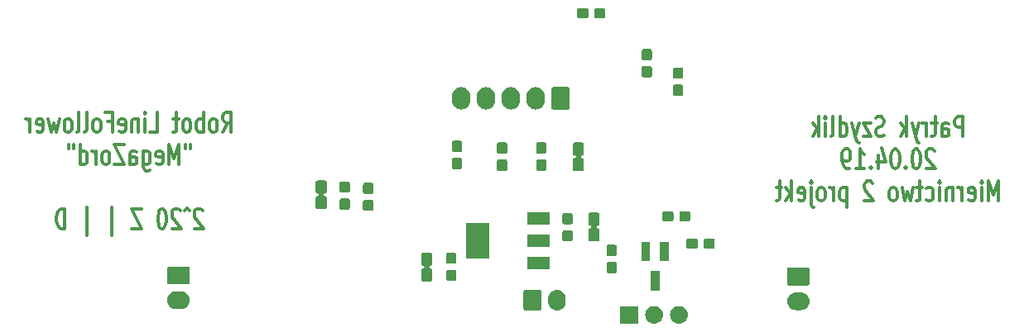
<source format=gbr>
G04 #@! TF.GenerationSoftware,KiCad,Pcbnew,5.1.1-8be2ce7~80~ubuntu18.04.1*
G04 #@! TF.CreationDate,2019-04-20T15:40:35+02:00*
G04 #@! TF.ProjectId,megazord,6d656761-7a6f-4726-942e-6b696361645f,rev?*
G04 #@! TF.SameCoordinates,Original*
G04 #@! TF.FileFunction,Soldermask,Bot*
G04 #@! TF.FilePolarity,Negative*
%FSLAX46Y46*%
G04 Gerber Fmt 4.6, Leading zero omitted, Abs format (unit mm)*
G04 Created by KiCad (PCBNEW 5.1.1-8be2ce7~80~ubuntu18.04.1) date 2019-04-20 15:40:35*
%MOMM*%
%LPD*%
G04 APERTURE LIST*
%ADD10C,0.300000*%
%ADD11C,0.100000*%
G04 APERTURE END LIST*
D10*
X83235714Y-104554761D02*
X83735714Y-103602380D01*
X84092857Y-104554761D02*
X84092857Y-102554761D01*
X83521428Y-102554761D01*
X83378571Y-102650000D01*
X83307142Y-102745238D01*
X83235714Y-102935714D01*
X83235714Y-103221428D01*
X83307142Y-103411904D01*
X83378571Y-103507142D01*
X83521428Y-103602380D01*
X84092857Y-103602380D01*
X82378571Y-104554761D02*
X82521428Y-104459523D01*
X82592857Y-104364285D01*
X82664285Y-104173809D01*
X82664285Y-103602380D01*
X82592857Y-103411904D01*
X82521428Y-103316666D01*
X82378571Y-103221428D01*
X82164285Y-103221428D01*
X82021428Y-103316666D01*
X81950000Y-103411904D01*
X81878571Y-103602380D01*
X81878571Y-104173809D01*
X81950000Y-104364285D01*
X82021428Y-104459523D01*
X82164285Y-104554761D01*
X82378571Y-104554761D01*
X81235714Y-104554761D02*
X81235714Y-102554761D01*
X81235714Y-103316666D02*
X81092857Y-103221428D01*
X80807142Y-103221428D01*
X80664285Y-103316666D01*
X80592857Y-103411904D01*
X80521428Y-103602380D01*
X80521428Y-104173809D01*
X80592857Y-104364285D01*
X80664285Y-104459523D01*
X80807142Y-104554761D01*
X81092857Y-104554761D01*
X81235714Y-104459523D01*
X79664285Y-104554761D02*
X79807142Y-104459523D01*
X79878571Y-104364285D01*
X79950000Y-104173809D01*
X79950000Y-103602380D01*
X79878571Y-103411904D01*
X79807142Y-103316666D01*
X79664285Y-103221428D01*
X79450000Y-103221428D01*
X79307142Y-103316666D01*
X79235714Y-103411904D01*
X79164285Y-103602380D01*
X79164285Y-104173809D01*
X79235714Y-104364285D01*
X79307142Y-104459523D01*
X79450000Y-104554761D01*
X79664285Y-104554761D01*
X78735714Y-103221428D02*
X78164285Y-103221428D01*
X78521428Y-102554761D02*
X78521428Y-104269047D01*
X78450000Y-104459523D01*
X78307142Y-104554761D01*
X78164285Y-104554761D01*
X75807142Y-104554761D02*
X76521428Y-104554761D01*
X76521428Y-102554761D01*
X75307142Y-104554761D02*
X75307142Y-103221428D01*
X75307142Y-102554761D02*
X75378571Y-102650000D01*
X75307142Y-102745238D01*
X75235714Y-102650000D01*
X75307142Y-102554761D01*
X75307142Y-102745238D01*
X74592857Y-103221428D02*
X74592857Y-104554761D01*
X74592857Y-103411904D02*
X74521428Y-103316666D01*
X74378571Y-103221428D01*
X74164285Y-103221428D01*
X74021428Y-103316666D01*
X73950000Y-103507142D01*
X73950000Y-104554761D01*
X72664285Y-104459523D02*
X72807142Y-104554761D01*
X73092857Y-104554761D01*
X73235714Y-104459523D01*
X73307142Y-104269047D01*
X73307142Y-103507142D01*
X73235714Y-103316666D01*
X73092857Y-103221428D01*
X72807142Y-103221428D01*
X72664285Y-103316666D01*
X72592857Y-103507142D01*
X72592857Y-103697619D01*
X73307142Y-103888095D01*
X71450000Y-103507142D02*
X71950000Y-103507142D01*
X71950000Y-104554761D02*
X71950000Y-102554761D01*
X71235714Y-102554761D01*
X70450000Y-104554761D02*
X70592857Y-104459523D01*
X70664285Y-104364285D01*
X70735714Y-104173809D01*
X70735714Y-103602380D01*
X70664285Y-103411904D01*
X70592857Y-103316666D01*
X70450000Y-103221428D01*
X70235714Y-103221428D01*
X70092857Y-103316666D01*
X70021428Y-103411904D01*
X69950000Y-103602380D01*
X69950000Y-104173809D01*
X70021428Y-104364285D01*
X70092857Y-104459523D01*
X70235714Y-104554761D01*
X70450000Y-104554761D01*
X69092857Y-104554761D02*
X69235714Y-104459523D01*
X69307142Y-104269047D01*
X69307142Y-102554761D01*
X68307142Y-104554761D02*
X68450000Y-104459523D01*
X68521428Y-104269047D01*
X68521428Y-102554761D01*
X67521428Y-104554761D02*
X67664285Y-104459523D01*
X67735714Y-104364285D01*
X67807142Y-104173809D01*
X67807142Y-103602380D01*
X67735714Y-103411904D01*
X67664285Y-103316666D01*
X67521428Y-103221428D01*
X67307142Y-103221428D01*
X67164285Y-103316666D01*
X67092857Y-103411904D01*
X67021428Y-103602380D01*
X67021428Y-104173809D01*
X67092857Y-104364285D01*
X67164285Y-104459523D01*
X67307142Y-104554761D01*
X67521428Y-104554761D01*
X66521428Y-103221428D02*
X66235714Y-104554761D01*
X65950000Y-103602380D01*
X65664285Y-104554761D01*
X65378571Y-103221428D01*
X64235714Y-104459523D02*
X64378571Y-104554761D01*
X64664285Y-104554761D01*
X64807142Y-104459523D01*
X64878571Y-104269047D01*
X64878571Y-103507142D01*
X64807142Y-103316666D01*
X64664285Y-103221428D01*
X64378571Y-103221428D01*
X64235714Y-103316666D01*
X64164285Y-103507142D01*
X64164285Y-103697619D01*
X64878571Y-103888095D01*
X63521428Y-104554761D02*
X63521428Y-103221428D01*
X63521428Y-103602380D02*
X63450000Y-103411904D01*
X63378571Y-103316666D01*
X63235714Y-103221428D01*
X63092857Y-103221428D01*
X79950000Y-105854761D02*
X79950000Y-106235714D01*
X79378571Y-105854761D02*
X79378571Y-106235714D01*
X78735714Y-107854761D02*
X78735714Y-105854761D01*
X78235714Y-107283333D01*
X77735714Y-105854761D01*
X77735714Y-107854761D01*
X76450000Y-107759523D02*
X76592857Y-107854761D01*
X76878571Y-107854761D01*
X77021428Y-107759523D01*
X77092857Y-107569047D01*
X77092857Y-106807142D01*
X77021428Y-106616666D01*
X76878571Y-106521428D01*
X76592857Y-106521428D01*
X76450000Y-106616666D01*
X76378571Y-106807142D01*
X76378571Y-106997619D01*
X77092857Y-107188095D01*
X75092857Y-106521428D02*
X75092857Y-108140476D01*
X75164285Y-108330952D01*
X75235714Y-108426190D01*
X75378571Y-108521428D01*
X75592857Y-108521428D01*
X75735714Y-108426190D01*
X75092857Y-107759523D02*
X75235714Y-107854761D01*
X75521428Y-107854761D01*
X75664285Y-107759523D01*
X75735714Y-107664285D01*
X75807142Y-107473809D01*
X75807142Y-106902380D01*
X75735714Y-106711904D01*
X75664285Y-106616666D01*
X75521428Y-106521428D01*
X75235714Y-106521428D01*
X75092857Y-106616666D01*
X73735714Y-107854761D02*
X73735714Y-106807142D01*
X73807142Y-106616666D01*
X73950000Y-106521428D01*
X74235714Y-106521428D01*
X74378571Y-106616666D01*
X73735714Y-107759523D02*
X73878571Y-107854761D01*
X74235714Y-107854761D01*
X74378571Y-107759523D01*
X74450000Y-107569047D01*
X74450000Y-107378571D01*
X74378571Y-107188095D01*
X74235714Y-107092857D01*
X73878571Y-107092857D01*
X73735714Y-106997619D01*
X73164285Y-105854761D02*
X72164285Y-105854761D01*
X73164285Y-107854761D01*
X72164285Y-107854761D01*
X71378571Y-107854761D02*
X71521428Y-107759523D01*
X71592857Y-107664285D01*
X71664285Y-107473809D01*
X71664285Y-106902380D01*
X71592857Y-106711904D01*
X71521428Y-106616666D01*
X71378571Y-106521428D01*
X71164285Y-106521428D01*
X71021428Y-106616666D01*
X70950000Y-106711904D01*
X70878571Y-106902380D01*
X70878571Y-107473809D01*
X70950000Y-107664285D01*
X71021428Y-107759523D01*
X71164285Y-107854761D01*
X71378571Y-107854761D01*
X70235714Y-107854761D02*
X70235714Y-106521428D01*
X70235714Y-106902380D02*
X70164285Y-106711904D01*
X70092857Y-106616666D01*
X69950000Y-106521428D01*
X69807142Y-106521428D01*
X68664285Y-107854761D02*
X68664285Y-105854761D01*
X68664285Y-107759523D02*
X68807142Y-107854761D01*
X69092857Y-107854761D01*
X69235714Y-107759523D01*
X69307142Y-107664285D01*
X69378571Y-107473809D01*
X69378571Y-106902380D01*
X69307142Y-106711904D01*
X69235714Y-106616666D01*
X69092857Y-106521428D01*
X68807142Y-106521428D01*
X68664285Y-106616666D01*
X68021428Y-105854761D02*
X68021428Y-106235714D01*
X67450000Y-105854761D02*
X67450000Y-106235714D01*
X81164285Y-112645238D02*
X81092857Y-112550000D01*
X80950000Y-112454761D01*
X80592857Y-112454761D01*
X80450000Y-112550000D01*
X80378571Y-112645238D01*
X80307142Y-112835714D01*
X80307142Y-113026190D01*
X80378571Y-113311904D01*
X81235714Y-114454761D01*
X80307142Y-114454761D01*
X79878571Y-112645238D02*
X79592857Y-112359523D01*
X79307142Y-112645238D01*
X78878571Y-112645238D02*
X78807142Y-112550000D01*
X78664285Y-112454761D01*
X78307142Y-112454761D01*
X78164285Y-112550000D01*
X78092857Y-112645238D01*
X78021428Y-112835714D01*
X78021428Y-113026190D01*
X78092857Y-113311904D01*
X78950000Y-114454761D01*
X78021428Y-114454761D01*
X77092857Y-112454761D02*
X76950000Y-112454761D01*
X76807142Y-112550000D01*
X76735714Y-112645238D01*
X76664285Y-112835714D01*
X76592857Y-113216666D01*
X76592857Y-113692857D01*
X76664285Y-114073809D01*
X76735714Y-114264285D01*
X76807142Y-114359523D01*
X76950000Y-114454761D01*
X77092857Y-114454761D01*
X77235714Y-114359523D01*
X77307142Y-114264285D01*
X77378571Y-114073809D01*
X77450000Y-113692857D01*
X77450000Y-113216666D01*
X77378571Y-112835714D01*
X77307142Y-112645238D01*
X77235714Y-112550000D01*
X77092857Y-112454761D01*
X74950000Y-112454761D02*
X73950000Y-112454761D01*
X74950000Y-114454761D01*
X73950000Y-114454761D01*
X71878571Y-115121428D02*
X71878571Y-112264285D01*
X69307142Y-115121428D02*
X69307142Y-112264285D01*
X67092857Y-114454761D02*
X67092857Y-112454761D01*
X66735714Y-112454761D01*
X66521428Y-112550000D01*
X66378571Y-112740476D01*
X66307142Y-112930952D01*
X66235714Y-113311904D01*
X66235714Y-113597619D01*
X66307142Y-113978571D01*
X66378571Y-114169047D01*
X66521428Y-114359523D01*
X66735714Y-114454761D01*
X67092857Y-114454761D01*
X158942857Y-105004761D02*
X158942857Y-103004761D01*
X158371428Y-103004761D01*
X158228571Y-103100000D01*
X158157142Y-103195238D01*
X158085714Y-103385714D01*
X158085714Y-103671428D01*
X158157142Y-103861904D01*
X158228571Y-103957142D01*
X158371428Y-104052380D01*
X158942857Y-104052380D01*
X156800000Y-105004761D02*
X156800000Y-103957142D01*
X156871428Y-103766666D01*
X157014285Y-103671428D01*
X157300000Y-103671428D01*
X157442857Y-103766666D01*
X156800000Y-104909523D02*
X156942857Y-105004761D01*
X157300000Y-105004761D01*
X157442857Y-104909523D01*
X157514285Y-104719047D01*
X157514285Y-104528571D01*
X157442857Y-104338095D01*
X157300000Y-104242857D01*
X156942857Y-104242857D01*
X156800000Y-104147619D01*
X156300000Y-103671428D02*
X155728571Y-103671428D01*
X156085714Y-103004761D02*
X156085714Y-104719047D01*
X156014285Y-104909523D01*
X155871428Y-105004761D01*
X155728571Y-105004761D01*
X155228571Y-105004761D02*
X155228571Y-103671428D01*
X155228571Y-104052380D02*
X155157142Y-103861904D01*
X155085714Y-103766666D01*
X154942857Y-103671428D01*
X154800000Y-103671428D01*
X154442857Y-103671428D02*
X154085714Y-105004761D01*
X153728571Y-103671428D02*
X154085714Y-105004761D01*
X154228571Y-105480952D01*
X154300000Y-105576190D01*
X154442857Y-105671428D01*
X153157142Y-105004761D02*
X153157142Y-103004761D01*
X153014285Y-104242857D02*
X152585714Y-105004761D01*
X152585714Y-103671428D02*
X153157142Y-104433333D01*
X150871428Y-104909523D02*
X150657142Y-105004761D01*
X150300000Y-105004761D01*
X150157142Y-104909523D01*
X150085714Y-104814285D01*
X150014285Y-104623809D01*
X150014285Y-104433333D01*
X150085714Y-104242857D01*
X150157142Y-104147619D01*
X150300000Y-104052380D01*
X150585714Y-103957142D01*
X150728571Y-103861904D01*
X150800000Y-103766666D01*
X150871428Y-103576190D01*
X150871428Y-103385714D01*
X150800000Y-103195238D01*
X150728571Y-103100000D01*
X150585714Y-103004761D01*
X150228571Y-103004761D01*
X150014285Y-103100000D01*
X149514285Y-103671428D02*
X148728571Y-103671428D01*
X149514285Y-105004761D01*
X148728571Y-105004761D01*
X148300000Y-103671428D02*
X147942857Y-105004761D01*
X147585714Y-103671428D02*
X147942857Y-105004761D01*
X148085714Y-105480952D01*
X148157142Y-105576190D01*
X148300000Y-105671428D01*
X146371428Y-105004761D02*
X146371428Y-103004761D01*
X146371428Y-104909523D02*
X146514285Y-105004761D01*
X146800000Y-105004761D01*
X146942857Y-104909523D01*
X147014285Y-104814285D01*
X147085714Y-104623809D01*
X147085714Y-104052380D01*
X147014285Y-103861904D01*
X146942857Y-103766666D01*
X146800000Y-103671428D01*
X146514285Y-103671428D01*
X146371428Y-103766666D01*
X145442857Y-105004761D02*
X145585714Y-104909523D01*
X145657142Y-104719047D01*
X145657142Y-103004761D01*
X144871428Y-105004761D02*
X144871428Y-103671428D01*
X144871428Y-103004761D02*
X144942857Y-103100000D01*
X144871428Y-103195238D01*
X144800000Y-103100000D01*
X144871428Y-103004761D01*
X144871428Y-103195238D01*
X144157142Y-105004761D02*
X144157142Y-103004761D01*
X144014285Y-104242857D02*
X143585714Y-105004761D01*
X143585714Y-103671428D02*
X144157142Y-104433333D01*
X156014285Y-106495238D02*
X155942857Y-106400000D01*
X155800000Y-106304761D01*
X155442857Y-106304761D01*
X155300000Y-106400000D01*
X155228571Y-106495238D01*
X155157142Y-106685714D01*
X155157142Y-106876190D01*
X155228571Y-107161904D01*
X156085714Y-108304761D01*
X155157142Y-108304761D01*
X154228571Y-106304761D02*
X154085714Y-106304761D01*
X153942857Y-106400000D01*
X153871428Y-106495238D01*
X153800000Y-106685714D01*
X153728571Y-107066666D01*
X153728571Y-107542857D01*
X153800000Y-107923809D01*
X153871428Y-108114285D01*
X153942857Y-108209523D01*
X154085714Y-108304761D01*
X154228571Y-108304761D01*
X154371428Y-108209523D01*
X154442857Y-108114285D01*
X154514285Y-107923809D01*
X154585714Y-107542857D01*
X154585714Y-107066666D01*
X154514285Y-106685714D01*
X154442857Y-106495238D01*
X154371428Y-106400000D01*
X154228571Y-106304761D01*
X153085714Y-108114285D02*
X153014285Y-108209523D01*
X153085714Y-108304761D01*
X153157142Y-108209523D01*
X153085714Y-108114285D01*
X153085714Y-108304761D01*
X152085714Y-106304761D02*
X151942857Y-106304761D01*
X151800000Y-106400000D01*
X151728571Y-106495238D01*
X151657142Y-106685714D01*
X151585714Y-107066666D01*
X151585714Y-107542857D01*
X151657142Y-107923809D01*
X151728571Y-108114285D01*
X151800000Y-108209523D01*
X151942857Y-108304761D01*
X152085714Y-108304761D01*
X152228571Y-108209523D01*
X152300000Y-108114285D01*
X152371428Y-107923809D01*
X152442857Y-107542857D01*
X152442857Y-107066666D01*
X152371428Y-106685714D01*
X152300000Y-106495238D01*
X152228571Y-106400000D01*
X152085714Y-106304761D01*
X150300000Y-106971428D02*
X150300000Y-108304761D01*
X150657142Y-106209523D02*
X151014285Y-107638095D01*
X150085714Y-107638095D01*
X149514285Y-108114285D02*
X149442857Y-108209523D01*
X149514285Y-108304761D01*
X149585714Y-108209523D01*
X149514285Y-108114285D01*
X149514285Y-108304761D01*
X148014285Y-108304761D02*
X148871428Y-108304761D01*
X148442857Y-108304761D02*
X148442857Y-106304761D01*
X148585714Y-106590476D01*
X148728571Y-106780952D01*
X148871428Y-106876190D01*
X147300000Y-108304761D02*
X147014285Y-108304761D01*
X146871428Y-108209523D01*
X146800000Y-108114285D01*
X146657142Y-107828571D01*
X146585714Y-107447619D01*
X146585714Y-106685714D01*
X146657142Y-106495238D01*
X146728571Y-106400000D01*
X146871428Y-106304761D01*
X147157142Y-106304761D01*
X147300000Y-106400000D01*
X147371428Y-106495238D01*
X147442857Y-106685714D01*
X147442857Y-107161904D01*
X147371428Y-107352380D01*
X147300000Y-107447619D01*
X147157142Y-107542857D01*
X146871428Y-107542857D01*
X146728571Y-107447619D01*
X146657142Y-107352380D01*
X146585714Y-107161904D01*
X162550000Y-111604761D02*
X162550000Y-109604761D01*
X162050000Y-111033333D01*
X161550000Y-109604761D01*
X161550000Y-111604761D01*
X160835714Y-111604761D02*
X160835714Y-110271428D01*
X160835714Y-109604761D02*
X160907142Y-109700000D01*
X160835714Y-109795238D01*
X160764285Y-109700000D01*
X160835714Y-109604761D01*
X160835714Y-109795238D01*
X159550000Y-111509523D02*
X159692857Y-111604761D01*
X159978571Y-111604761D01*
X160121428Y-111509523D01*
X160192857Y-111319047D01*
X160192857Y-110557142D01*
X160121428Y-110366666D01*
X159978571Y-110271428D01*
X159692857Y-110271428D01*
X159550000Y-110366666D01*
X159478571Y-110557142D01*
X159478571Y-110747619D01*
X160192857Y-110938095D01*
X158835714Y-111604761D02*
X158835714Y-110271428D01*
X158835714Y-110652380D02*
X158764285Y-110461904D01*
X158692857Y-110366666D01*
X158550000Y-110271428D01*
X158407142Y-110271428D01*
X157907142Y-110271428D02*
X157907142Y-111604761D01*
X157907142Y-110461904D02*
X157835714Y-110366666D01*
X157692857Y-110271428D01*
X157478571Y-110271428D01*
X157335714Y-110366666D01*
X157264285Y-110557142D01*
X157264285Y-111604761D01*
X156550000Y-111604761D02*
X156550000Y-110271428D01*
X156550000Y-109604761D02*
X156621428Y-109700000D01*
X156550000Y-109795238D01*
X156478571Y-109700000D01*
X156550000Y-109604761D01*
X156550000Y-109795238D01*
X155192857Y-111509523D02*
X155335714Y-111604761D01*
X155621428Y-111604761D01*
X155764285Y-111509523D01*
X155835714Y-111414285D01*
X155907142Y-111223809D01*
X155907142Y-110652380D01*
X155835714Y-110461904D01*
X155764285Y-110366666D01*
X155621428Y-110271428D01*
X155335714Y-110271428D01*
X155192857Y-110366666D01*
X154764285Y-110271428D02*
X154192857Y-110271428D01*
X154550000Y-109604761D02*
X154550000Y-111319047D01*
X154478571Y-111509523D01*
X154335714Y-111604761D01*
X154192857Y-111604761D01*
X153835714Y-110271428D02*
X153550000Y-111604761D01*
X153264285Y-110652380D01*
X152978571Y-111604761D01*
X152692857Y-110271428D01*
X151907142Y-111604761D02*
X152050000Y-111509523D01*
X152121428Y-111414285D01*
X152192857Y-111223809D01*
X152192857Y-110652380D01*
X152121428Y-110461904D01*
X152050000Y-110366666D01*
X151907142Y-110271428D01*
X151692857Y-110271428D01*
X151550000Y-110366666D01*
X151478571Y-110461904D01*
X151407142Y-110652380D01*
X151407142Y-111223809D01*
X151478571Y-111414285D01*
X151550000Y-111509523D01*
X151692857Y-111604761D01*
X151907142Y-111604761D01*
X149692857Y-109795238D02*
X149621428Y-109700000D01*
X149478571Y-109604761D01*
X149121428Y-109604761D01*
X148978571Y-109700000D01*
X148907142Y-109795238D01*
X148835714Y-109985714D01*
X148835714Y-110176190D01*
X148907142Y-110461904D01*
X149764285Y-111604761D01*
X148835714Y-111604761D01*
X147050000Y-110271428D02*
X147050000Y-112271428D01*
X147050000Y-110366666D02*
X146907142Y-110271428D01*
X146621428Y-110271428D01*
X146478571Y-110366666D01*
X146407142Y-110461904D01*
X146335714Y-110652380D01*
X146335714Y-111223809D01*
X146407142Y-111414285D01*
X146478571Y-111509523D01*
X146621428Y-111604761D01*
X146907142Y-111604761D01*
X147050000Y-111509523D01*
X145692857Y-111604761D02*
X145692857Y-110271428D01*
X145692857Y-110652380D02*
X145621428Y-110461904D01*
X145550000Y-110366666D01*
X145407142Y-110271428D01*
X145264285Y-110271428D01*
X144550000Y-111604761D02*
X144692857Y-111509523D01*
X144764285Y-111414285D01*
X144835714Y-111223809D01*
X144835714Y-110652380D01*
X144764285Y-110461904D01*
X144692857Y-110366666D01*
X144550000Y-110271428D01*
X144335714Y-110271428D01*
X144192857Y-110366666D01*
X144121428Y-110461904D01*
X144050000Y-110652380D01*
X144050000Y-111223809D01*
X144121428Y-111414285D01*
X144192857Y-111509523D01*
X144335714Y-111604761D01*
X144550000Y-111604761D01*
X143407142Y-110271428D02*
X143407142Y-111985714D01*
X143478571Y-112176190D01*
X143621428Y-112271428D01*
X143692857Y-112271428D01*
X143407142Y-109604761D02*
X143478571Y-109700000D01*
X143407142Y-109795238D01*
X143335714Y-109700000D01*
X143407142Y-109604761D01*
X143407142Y-109795238D01*
X142121428Y-111509523D02*
X142264285Y-111604761D01*
X142550000Y-111604761D01*
X142692857Y-111509523D01*
X142764285Y-111319047D01*
X142764285Y-110557142D01*
X142692857Y-110366666D01*
X142550000Y-110271428D01*
X142264285Y-110271428D01*
X142121428Y-110366666D01*
X142050000Y-110557142D01*
X142050000Y-110747619D01*
X142764285Y-110938095D01*
X141407142Y-111604761D02*
X141407142Y-109604761D01*
X141264285Y-110842857D02*
X140835714Y-111604761D01*
X140835714Y-110271428D02*
X141407142Y-111033333D01*
X140407142Y-110271428D02*
X139835714Y-110271428D01*
X140192857Y-109604761D02*
X140192857Y-111319047D01*
X140121428Y-111509523D01*
X139978571Y-111604761D01*
X139835714Y-111604761D01*
D11*
G36*
X125701000Y-124201000D02*
G01*
X123899000Y-124201000D01*
X123899000Y-122399000D01*
X125701000Y-122399000D01*
X125701000Y-124201000D01*
X125701000Y-124201000D01*
G37*
G36*
X127450443Y-122405519D02*
G01*
X127516627Y-122412037D01*
X127686466Y-122463557D01*
X127842991Y-122547222D01*
X127870123Y-122569489D01*
X127980186Y-122659814D01*
X128058309Y-122755009D01*
X128092778Y-122797009D01*
X128176443Y-122953534D01*
X128227963Y-123123373D01*
X128245359Y-123300000D01*
X128227963Y-123476627D01*
X128176443Y-123646466D01*
X128092778Y-123802991D01*
X128063448Y-123838729D01*
X127980186Y-123940186D01*
X127878729Y-124023448D01*
X127842991Y-124052778D01*
X127686466Y-124136443D01*
X127516627Y-124187963D01*
X127450443Y-124194481D01*
X127384260Y-124201000D01*
X127295740Y-124201000D01*
X127229557Y-124194481D01*
X127163373Y-124187963D01*
X126993534Y-124136443D01*
X126837009Y-124052778D01*
X126801271Y-124023448D01*
X126699814Y-123940186D01*
X126616552Y-123838729D01*
X126587222Y-123802991D01*
X126503557Y-123646466D01*
X126452037Y-123476627D01*
X126434641Y-123300000D01*
X126452037Y-123123373D01*
X126503557Y-122953534D01*
X126587222Y-122797009D01*
X126621691Y-122755009D01*
X126699814Y-122659814D01*
X126809877Y-122569489D01*
X126837009Y-122547222D01*
X126993534Y-122463557D01*
X127163373Y-122412037D01*
X127229557Y-122405519D01*
X127295740Y-122399000D01*
X127384260Y-122399000D01*
X127450443Y-122405519D01*
X127450443Y-122405519D01*
G37*
G36*
X129990443Y-122405519D02*
G01*
X130056627Y-122412037D01*
X130226466Y-122463557D01*
X130382991Y-122547222D01*
X130410123Y-122569489D01*
X130520186Y-122659814D01*
X130598309Y-122755009D01*
X130632778Y-122797009D01*
X130716443Y-122953534D01*
X130767963Y-123123373D01*
X130785359Y-123300000D01*
X130767963Y-123476627D01*
X130716443Y-123646466D01*
X130632778Y-123802991D01*
X130603448Y-123838729D01*
X130520186Y-123940186D01*
X130418729Y-124023448D01*
X130382991Y-124052778D01*
X130226466Y-124136443D01*
X130056627Y-124187963D01*
X129990443Y-124194481D01*
X129924260Y-124201000D01*
X129835740Y-124201000D01*
X129769557Y-124194481D01*
X129703373Y-124187963D01*
X129533534Y-124136443D01*
X129377009Y-124052778D01*
X129341271Y-124023448D01*
X129239814Y-123940186D01*
X129156552Y-123838729D01*
X129127222Y-123802991D01*
X129043557Y-123646466D01*
X128992037Y-123476627D01*
X128974641Y-123300000D01*
X128992037Y-123123373D01*
X129043557Y-122953534D01*
X129127222Y-122797009D01*
X129161691Y-122755009D01*
X129239814Y-122659814D01*
X129349877Y-122569489D01*
X129377009Y-122547222D01*
X129533534Y-122463557D01*
X129703373Y-122412037D01*
X129769557Y-122405519D01*
X129835740Y-122399000D01*
X129924260Y-122399000D01*
X129990443Y-122405519D01*
X129990443Y-122405519D01*
G37*
G36*
X117576626Y-120762037D02*
G01*
X117746465Y-120813557D01*
X117746467Y-120813558D01*
X117902989Y-120897221D01*
X118040186Y-121009814D01*
X118123448Y-121111271D01*
X118152778Y-121147009D01*
X118236443Y-121303534D01*
X118287963Y-121473373D01*
X118301000Y-121605742D01*
X118301000Y-121994257D01*
X118287963Y-122126626D01*
X118236443Y-122296466D01*
X118152778Y-122452991D01*
X118123448Y-122488729D01*
X118040186Y-122590186D01*
X117938729Y-122673448D01*
X117902991Y-122702778D01*
X117746466Y-122786443D01*
X117576627Y-122837963D01*
X117400000Y-122855359D01*
X117223374Y-122837963D01*
X117053535Y-122786443D01*
X116897010Y-122702778D01*
X116759815Y-122590185D01*
X116647222Y-122452991D01*
X116563557Y-122296466D01*
X116512037Y-122126627D01*
X116499000Y-121994258D01*
X116499000Y-121605743D01*
X116512037Y-121473374D01*
X116563557Y-121303535D01*
X116563559Y-121303532D01*
X116647221Y-121147011D01*
X116759814Y-121009814D01*
X116861271Y-120926552D01*
X116897009Y-120897222D01*
X117053534Y-120813557D01*
X117223373Y-120762037D01*
X117400000Y-120744641D01*
X117576626Y-120762037D01*
X117576626Y-120762037D01*
G37*
G36*
X115658600Y-120752989D02*
G01*
X115691652Y-120763015D01*
X115722103Y-120779292D01*
X115748799Y-120801201D01*
X115770708Y-120827897D01*
X115786985Y-120858348D01*
X115797011Y-120891400D01*
X115801000Y-120931903D01*
X115801000Y-122668097D01*
X115797011Y-122708600D01*
X115786985Y-122741652D01*
X115770708Y-122772103D01*
X115748799Y-122798799D01*
X115722103Y-122820708D01*
X115691652Y-122836985D01*
X115658600Y-122847011D01*
X115618097Y-122851000D01*
X114181903Y-122851000D01*
X114141400Y-122847011D01*
X114108348Y-122836985D01*
X114077897Y-122820708D01*
X114051201Y-122798799D01*
X114029292Y-122772103D01*
X114013015Y-122741652D01*
X114002989Y-122708600D01*
X113999000Y-122668097D01*
X113999000Y-120931903D01*
X114002989Y-120891400D01*
X114013015Y-120858348D01*
X114029292Y-120827897D01*
X114051201Y-120801201D01*
X114077897Y-120779292D01*
X114108348Y-120763015D01*
X114141400Y-120752989D01*
X114181903Y-120749000D01*
X115618097Y-120749000D01*
X115658600Y-120752989D01*
X115658600Y-120752989D01*
G37*
G36*
X142420345Y-120983442D02*
G01*
X142510548Y-120992326D01*
X142684157Y-121044990D01*
X142844156Y-121130511D01*
X142864261Y-121147011D01*
X142984397Y-121245603D01*
X143063729Y-121342271D01*
X143099489Y-121385844D01*
X143185010Y-121545843D01*
X143237674Y-121719452D01*
X143255456Y-121900000D01*
X143237674Y-122080548D01*
X143185010Y-122254157D01*
X143099489Y-122414156D01*
X143067619Y-122452989D01*
X142984397Y-122554397D01*
X142887729Y-122633729D01*
X142844156Y-122669489D01*
X142684157Y-122755010D01*
X142510548Y-122807674D01*
X142420345Y-122816558D01*
X142375245Y-122821000D01*
X141824755Y-122821000D01*
X141779655Y-122816558D01*
X141689452Y-122807674D01*
X141515843Y-122755010D01*
X141355844Y-122669489D01*
X141312271Y-122633729D01*
X141215603Y-122554397D01*
X141132381Y-122452989D01*
X141100511Y-122414156D01*
X141014990Y-122254157D01*
X140962326Y-122080548D01*
X140944544Y-121900000D01*
X140962326Y-121719452D01*
X141014990Y-121545843D01*
X141100511Y-121385844D01*
X141136271Y-121342271D01*
X141215603Y-121245603D01*
X141335739Y-121147011D01*
X141355844Y-121130511D01*
X141515843Y-121044990D01*
X141689452Y-120992326D01*
X141779655Y-120983442D01*
X141824755Y-120979000D01*
X142375245Y-120979000D01*
X142420345Y-120983442D01*
X142420345Y-120983442D01*
G37*
G36*
X79020345Y-120883442D02*
G01*
X79110548Y-120892326D01*
X79284157Y-120944990D01*
X79444156Y-121030511D01*
X79487729Y-121066271D01*
X79584397Y-121145603D01*
X79663729Y-121242271D01*
X79699489Y-121285844D01*
X79785010Y-121445843D01*
X79837674Y-121619452D01*
X79855456Y-121800000D01*
X79837674Y-121980548D01*
X79785010Y-122154157D01*
X79699489Y-122314156D01*
X79663729Y-122357729D01*
X79584397Y-122454397D01*
X79487729Y-122533729D01*
X79444156Y-122569489D01*
X79284157Y-122655010D01*
X79110548Y-122707674D01*
X79020345Y-122716558D01*
X78975245Y-122721000D01*
X78424755Y-122721000D01*
X78379655Y-122716558D01*
X78289452Y-122707674D01*
X78115843Y-122655010D01*
X77955844Y-122569489D01*
X77912271Y-122533729D01*
X77815603Y-122454397D01*
X77736271Y-122357729D01*
X77700511Y-122314156D01*
X77614990Y-122154157D01*
X77562326Y-121980548D01*
X77544544Y-121800000D01*
X77562326Y-121619452D01*
X77614990Y-121445843D01*
X77700511Y-121285844D01*
X77736271Y-121242271D01*
X77815603Y-121145603D01*
X77912271Y-121066271D01*
X77955844Y-121030511D01*
X78115843Y-120944990D01*
X78289452Y-120892326D01*
X78379655Y-120883442D01*
X78424755Y-120879000D01*
X78975245Y-120879000D01*
X79020345Y-120883442D01*
X79020345Y-120883442D01*
G37*
G36*
X127901000Y-120801000D02*
G01*
X126999000Y-120801000D01*
X126999000Y-118799000D01*
X127901000Y-118799000D01*
X127901000Y-120801000D01*
X127901000Y-120801000D01*
G37*
G36*
X143109561Y-118442966D02*
G01*
X143142383Y-118452923D01*
X143172632Y-118469092D01*
X143199148Y-118490852D01*
X143220908Y-118517368D01*
X143237077Y-118547617D01*
X143247034Y-118580439D01*
X143251000Y-118620713D01*
X143251000Y-120099287D01*
X143247034Y-120139561D01*
X143237077Y-120172383D01*
X143220908Y-120202632D01*
X143199148Y-120229148D01*
X143172632Y-120250908D01*
X143142383Y-120267077D01*
X143109561Y-120277034D01*
X143069287Y-120281000D01*
X141130713Y-120281000D01*
X141090439Y-120277034D01*
X141057617Y-120267077D01*
X141027368Y-120250908D01*
X141000852Y-120229148D01*
X140979092Y-120202632D01*
X140962923Y-120172383D01*
X140952966Y-120139561D01*
X140949000Y-120099287D01*
X140949000Y-118620713D01*
X140952966Y-118580439D01*
X140962923Y-118547617D01*
X140979092Y-118517368D01*
X141000852Y-118490852D01*
X141027368Y-118469092D01*
X141057617Y-118452923D01*
X141090439Y-118442966D01*
X141130713Y-118439000D01*
X143069287Y-118439000D01*
X143109561Y-118442966D01*
X143109561Y-118442966D01*
G37*
G36*
X79709561Y-118342966D02*
G01*
X79742383Y-118352923D01*
X79772632Y-118369092D01*
X79799148Y-118390852D01*
X79820908Y-118417368D01*
X79837077Y-118447617D01*
X79847034Y-118480439D01*
X79851000Y-118520713D01*
X79851000Y-119999287D01*
X79847034Y-120039561D01*
X79837077Y-120072383D01*
X79820908Y-120102632D01*
X79799148Y-120129148D01*
X79772632Y-120150908D01*
X79742383Y-120167077D01*
X79709561Y-120177034D01*
X79669287Y-120181000D01*
X77730713Y-120181000D01*
X77690439Y-120177034D01*
X77657617Y-120167077D01*
X77627368Y-120150908D01*
X77600852Y-120129148D01*
X77579092Y-120102632D01*
X77562923Y-120072383D01*
X77552966Y-120039561D01*
X77549000Y-119999287D01*
X77549000Y-118520713D01*
X77552966Y-118480439D01*
X77562923Y-118447617D01*
X77579092Y-118417368D01*
X77600852Y-118390852D01*
X77627368Y-118369092D01*
X77657617Y-118352923D01*
X77690439Y-118342966D01*
X77730713Y-118339000D01*
X79669287Y-118339000D01*
X79709561Y-118342966D01*
X79709561Y-118342966D01*
G37*
G36*
X104507811Y-116928605D02*
G01*
X104546867Y-116940453D01*
X104582862Y-116959693D01*
X104614414Y-116985586D01*
X104640307Y-117017138D01*
X104659547Y-117053133D01*
X104671395Y-117092189D01*
X104676000Y-117138949D01*
X104676000Y-118061051D01*
X104671395Y-118107811D01*
X104659547Y-118146867D01*
X104640307Y-118182862D01*
X104614414Y-118214414D01*
X104582862Y-118240307D01*
X104546867Y-118259547D01*
X104507811Y-118271395D01*
X104465082Y-118275603D01*
X104441049Y-118280383D01*
X104418410Y-118289761D01*
X104398036Y-118303374D01*
X104380709Y-118320701D01*
X104367095Y-118341076D01*
X104357717Y-118363715D01*
X104352937Y-118387748D01*
X104352937Y-118412252D01*
X104357717Y-118436285D01*
X104367095Y-118458924D01*
X104380708Y-118479298D01*
X104398035Y-118496625D01*
X104418410Y-118510239D01*
X104441049Y-118519617D01*
X104465082Y-118524397D01*
X104507811Y-118528605D01*
X104546867Y-118540453D01*
X104582862Y-118559693D01*
X104614414Y-118585586D01*
X104640307Y-118617138D01*
X104659547Y-118653133D01*
X104671395Y-118692189D01*
X104676000Y-118738949D01*
X104676000Y-119661051D01*
X104671395Y-119707811D01*
X104659547Y-119746867D01*
X104640307Y-119782862D01*
X104614414Y-119814414D01*
X104582862Y-119840307D01*
X104546867Y-119859547D01*
X104507811Y-119871395D01*
X104461051Y-119876000D01*
X103738949Y-119876000D01*
X103692189Y-119871395D01*
X103653133Y-119859547D01*
X103617138Y-119840307D01*
X103585586Y-119814414D01*
X103559693Y-119782862D01*
X103540453Y-119746867D01*
X103528605Y-119707811D01*
X103524000Y-119661051D01*
X103524000Y-118738949D01*
X103528605Y-118692189D01*
X103540453Y-118653133D01*
X103559693Y-118617138D01*
X103585586Y-118585586D01*
X103617138Y-118559693D01*
X103653133Y-118540453D01*
X103692189Y-118528605D01*
X103734918Y-118524397D01*
X103758951Y-118519617D01*
X103781590Y-118510239D01*
X103801964Y-118496626D01*
X103819291Y-118479299D01*
X103832905Y-118458924D01*
X103842283Y-118436285D01*
X103847063Y-118412252D01*
X103847063Y-118387748D01*
X103842283Y-118363715D01*
X103832905Y-118341076D01*
X103819292Y-118320702D01*
X103801965Y-118303375D01*
X103781590Y-118289761D01*
X103758951Y-118280383D01*
X103734918Y-118275603D01*
X103692189Y-118271395D01*
X103653133Y-118259547D01*
X103617138Y-118240307D01*
X103585586Y-118214414D01*
X103559693Y-118182862D01*
X103540453Y-118146867D01*
X103528605Y-118107811D01*
X103524000Y-118061051D01*
X103524000Y-117138949D01*
X103528605Y-117092189D01*
X103540453Y-117053133D01*
X103559693Y-117017138D01*
X103585586Y-116985586D01*
X103617138Y-116959693D01*
X103653133Y-116940453D01*
X103692189Y-116928605D01*
X103738949Y-116924000D01*
X104461051Y-116924000D01*
X104507811Y-116928605D01*
X104507811Y-116928605D01*
G37*
G36*
X106964499Y-118678445D02*
G01*
X107001995Y-118689820D01*
X107036554Y-118708292D01*
X107066847Y-118733153D01*
X107091708Y-118763446D01*
X107110180Y-118798005D01*
X107121555Y-118835501D01*
X107126000Y-118880638D01*
X107126000Y-119619362D01*
X107121555Y-119664499D01*
X107110180Y-119701995D01*
X107091708Y-119736554D01*
X107066847Y-119766847D01*
X107036554Y-119791708D01*
X107001995Y-119810180D01*
X106964499Y-119821555D01*
X106919362Y-119826000D01*
X106280638Y-119826000D01*
X106235501Y-119821555D01*
X106198005Y-119810180D01*
X106163446Y-119791708D01*
X106133153Y-119766847D01*
X106108292Y-119736554D01*
X106089820Y-119701995D01*
X106078445Y-119664499D01*
X106074000Y-119619362D01*
X106074000Y-118880638D01*
X106078445Y-118835501D01*
X106089820Y-118798005D01*
X106108292Y-118763446D01*
X106133153Y-118733153D01*
X106163446Y-118708292D01*
X106198005Y-118689820D01*
X106235501Y-118678445D01*
X106280638Y-118674000D01*
X106919362Y-118674000D01*
X106964499Y-118678445D01*
X106964499Y-118678445D01*
G37*
G36*
X123364499Y-117878445D02*
G01*
X123401995Y-117889820D01*
X123436554Y-117908292D01*
X123466847Y-117933153D01*
X123491708Y-117963446D01*
X123510180Y-117998005D01*
X123521555Y-118035501D01*
X123526000Y-118080638D01*
X123526000Y-118819362D01*
X123521555Y-118864499D01*
X123510180Y-118901995D01*
X123491708Y-118936554D01*
X123466847Y-118966847D01*
X123436554Y-118991708D01*
X123401995Y-119010180D01*
X123364499Y-119021555D01*
X123319362Y-119026000D01*
X122680638Y-119026000D01*
X122635501Y-119021555D01*
X122598005Y-119010180D01*
X122563446Y-118991708D01*
X122533153Y-118966847D01*
X122508292Y-118936554D01*
X122489820Y-118901995D01*
X122478445Y-118864499D01*
X122474000Y-118819362D01*
X122474000Y-118080638D01*
X122478445Y-118035501D01*
X122489820Y-117998005D01*
X122508292Y-117963446D01*
X122533153Y-117933153D01*
X122563446Y-117908292D01*
X122598005Y-117889820D01*
X122635501Y-117878445D01*
X122680638Y-117874000D01*
X123319362Y-117874000D01*
X123364499Y-117878445D01*
X123364499Y-117878445D01*
G37*
G36*
X116651000Y-118651000D02*
G01*
X114349000Y-118651000D01*
X114349000Y-117349000D01*
X116651000Y-117349000D01*
X116651000Y-118651000D01*
X116651000Y-118651000D01*
G37*
G36*
X106964499Y-116928445D02*
G01*
X107001995Y-116939820D01*
X107036554Y-116958292D01*
X107066847Y-116983153D01*
X107091708Y-117013446D01*
X107110180Y-117048005D01*
X107121555Y-117085501D01*
X107126000Y-117130638D01*
X107126000Y-117869362D01*
X107121555Y-117914499D01*
X107110180Y-117951995D01*
X107091708Y-117986554D01*
X107066847Y-118016847D01*
X107036554Y-118041708D01*
X107001995Y-118060180D01*
X106964499Y-118071555D01*
X106919362Y-118076000D01*
X106280638Y-118076000D01*
X106235501Y-118071555D01*
X106198005Y-118060180D01*
X106163446Y-118041708D01*
X106133153Y-118016847D01*
X106108292Y-117986554D01*
X106089820Y-117951995D01*
X106078445Y-117914499D01*
X106074000Y-117869362D01*
X106074000Y-117130638D01*
X106078445Y-117085501D01*
X106089820Y-117048005D01*
X106108292Y-117013446D01*
X106133153Y-116983153D01*
X106163446Y-116958292D01*
X106198005Y-116939820D01*
X106235501Y-116928445D01*
X106280638Y-116924000D01*
X106919362Y-116924000D01*
X106964499Y-116928445D01*
X106964499Y-116928445D01*
G37*
G36*
X128851000Y-117801000D02*
G01*
X127949000Y-117801000D01*
X127949000Y-115799000D01*
X128851000Y-115799000D01*
X128851000Y-117801000D01*
X128851000Y-117801000D01*
G37*
G36*
X126951000Y-117801000D02*
G01*
X126049000Y-117801000D01*
X126049000Y-115799000D01*
X126951000Y-115799000D01*
X126951000Y-117801000D01*
X126951000Y-117801000D01*
G37*
G36*
X110451000Y-117501000D02*
G01*
X108149000Y-117501000D01*
X108149000Y-113899000D01*
X110451000Y-113899000D01*
X110451000Y-117501000D01*
X110451000Y-117501000D01*
G37*
G36*
X123364499Y-116128445D02*
G01*
X123401995Y-116139820D01*
X123436554Y-116158292D01*
X123466847Y-116183153D01*
X123491708Y-116213446D01*
X123510180Y-116248005D01*
X123521555Y-116285501D01*
X123526000Y-116330638D01*
X123526000Y-117069362D01*
X123521555Y-117114499D01*
X123510180Y-117151995D01*
X123491708Y-117186554D01*
X123466847Y-117216847D01*
X123436554Y-117241708D01*
X123401995Y-117260180D01*
X123364499Y-117271555D01*
X123319362Y-117276000D01*
X122680638Y-117276000D01*
X122635501Y-117271555D01*
X122598005Y-117260180D01*
X122563446Y-117241708D01*
X122533153Y-117216847D01*
X122508292Y-117186554D01*
X122489820Y-117151995D01*
X122478445Y-117114499D01*
X122474000Y-117069362D01*
X122474000Y-116330638D01*
X122478445Y-116285501D01*
X122489820Y-116248005D01*
X122508292Y-116213446D01*
X122533153Y-116183153D01*
X122563446Y-116158292D01*
X122598005Y-116139820D01*
X122635501Y-116128445D01*
X122680638Y-116124000D01*
X123319362Y-116124000D01*
X123364499Y-116128445D01*
X123364499Y-116128445D01*
G37*
G36*
X133389499Y-115478445D02*
G01*
X133426995Y-115489820D01*
X133461554Y-115508292D01*
X133491847Y-115533153D01*
X133516708Y-115563446D01*
X133535180Y-115598005D01*
X133546555Y-115635501D01*
X133551000Y-115680638D01*
X133551000Y-116319362D01*
X133546555Y-116364499D01*
X133535180Y-116401995D01*
X133516708Y-116436554D01*
X133491847Y-116466847D01*
X133461554Y-116491708D01*
X133426995Y-116510180D01*
X133389499Y-116521555D01*
X133344362Y-116526000D01*
X132605638Y-116526000D01*
X132560501Y-116521555D01*
X132523005Y-116510180D01*
X132488446Y-116491708D01*
X132458153Y-116466847D01*
X132433292Y-116436554D01*
X132414820Y-116401995D01*
X132403445Y-116364499D01*
X132399000Y-116319362D01*
X132399000Y-115680638D01*
X132403445Y-115635501D01*
X132414820Y-115598005D01*
X132433292Y-115563446D01*
X132458153Y-115533153D01*
X132488446Y-115508292D01*
X132523005Y-115489820D01*
X132560501Y-115478445D01*
X132605638Y-115474000D01*
X133344362Y-115474000D01*
X133389499Y-115478445D01*
X133389499Y-115478445D01*
G37*
G36*
X131639499Y-115478445D02*
G01*
X131676995Y-115489820D01*
X131711554Y-115508292D01*
X131741847Y-115533153D01*
X131766708Y-115563446D01*
X131785180Y-115598005D01*
X131796555Y-115635501D01*
X131801000Y-115680638D01*
X131801000Y-116319362D01*
X131796555Y-116364499D01*
X131785180Y-116401995D01*
X131766708Y-116436554D01*
X131741847Y-116466847D01*
X131711554Y-116491708D01*
X131676995Y-116510180D01*
X131639499Y-116521555D01*
X131594362Y-116526000D01*
X130855638Y-116526000D01*
X130810501Y-116521555D01*
X130773005Y-116510180D01*
X130738446Y-116491708D01*
X130708153Y-116466847D01*
X130683292Y-116436554D01*
X130664820Y-116401995D01*
X130653445Y-116364499D01*
X130649000Y-116319362D01*
X130649000Y-115680638D01*
X130653445Y-115635501D01*
X130664820Y-115598005D01*
X130683292Y-115563446D01*
X130708153Y-115533153D01*
X130738446Y-115508292D01*
X130773005Y-115489820D01*
X130810501Y-115478445D01*
X130855638Y-115474000D01*
X131594362Y-115474000D01*
X131639499Y-115478445D01*
X131639499Y-115478445D01*
G37*
G36*
X116651000Y-116351000D02*
G01*
X114349000Y-116351000D01*
X114349000Y-115049000D01*
X116651000Y-115049000D01*
X116651000Y-116351000D01*
X116651000Y-116351000D01*
G37*
G36*
X121607811Y-112828605D02*
G01*
X121646867Y-112840453D01*
X121682862Y-112859693D01*
X121714414Y-112885586D01*
X121740307Y-112917138D01*
X121759547Y-112953133D01*
X121771395Y-112992189D01*
X121776000Y-113038949D01*
X121776000Y-113961051D01*
X121771395Y-114007811D01*
X121759547Y-114046867D01*
X121740307Y-114082862D01*
X121714414Y-114114414D01*
X121682862Y-114140307D01*
X121646867Y-114159547D01*
X121607811Y-114171395D01*
X121565082Y-114175603D01*
X121541049Y-114180383D01*
X121518410Y-114189761D01*
X121498036Y-114203374D01*
X121480709Y-114220701D01*
X121467095Y-114241076D01*
X121457717Y-114263715D01*
X121452937Y-114287748D01*
X121452937Y-114312252D01*
X121457717Y-114336285D01*
X121467095Y-114358924D01*
X121480708Y-114379298D01*
X121498035Y-114396625D01*
X121518410Y-114410239D01*
X121541049Y-114419617D01*
X121565082Y-114424397D01*
X121607811Y-114428605D01*
X121646867Y-114440453D01*
X121682862Y-114459693D01*
X121714414Y-114485586D01*
X121740307Y-114517138D01*
X121759547Y-114553133D01*
X121771395Y-114592189D01*
X121776000Y-114638949D01*
X121776000Y-115561051D01*
X121771395Y-115607811D01*
X121759547Y-115646867D01*
X121740307Y-115682862D01*
X121714414Y-115714414D01*
X121682862Y-115740307D01*
X121646867Y-115759547D01*
X121607811Y-115771395D01*
X121561051Y-115776000D01*
X120838949Y-115776000D01*
X120792189Y-115771395D01*
X120753133Y-115759547D01*
X120717138Y-115740307D01*
X120685586Y-115714414D01*
X120659693Y-115682862D01*
X120640453Y-115646867D01*
X120628605Y-115607811D01*
X120624000Y-115561051D01*
X120624000Y-114638949D01*
X120628605Y-114592189D01*
X120640453Y-114553133D01*
X120659693Y-114517138D01*
X120685586Y-114485586D01*
X120717138Y-114459693D01*
X120753133Y-114440453D01*
X120792189Y-114428605D01*
X120834918Y-114424397D01*
X120858951Y-114419617D01*
X120881590Y-114410239D01*
X120901964Y-114396626D01*
X120919291Y-114379299D01*
X120932905Y-114358924D01*
X120942283Y-114336285D01*
X120947063Y-114312252D01*
X120947063Y-114287748D01*
X120942283Y-114263715D01*
X120932905Y-114241076D01*
X120919292Y-114220702D01*
X120901965Y-114203375D01*
X120881590Y-114189761D01*
X120858951Y-114180383D01*
X120834918Y-114175603D01*
X120792189Y-114171395D01*
X120753133Y-114159547D01*
X120717138Y-114140307D01*
X120685586Y-114114414D01*
X120659693Y-114082862D01*
X120640453Y-114046867D01*
X120628605Y-114007811D01*
X120624000Y-113961051D01*
X120624000Y-113038949D01*
X120628605Y-112992189D01*
X120640453Y-112953133D01*
X120659693Y-112917138D01*
X120685586Y-112885586D01*
X120717138Y-112859693D01*
X120753133Y-112840453D01*
X120792189Y-112828605D01*
X120838949Y-112824000D01*
X121561051Y-112824000D01*
X121607811Y-112828605D01*
X121607811Y-112828605D01*
G37*
G36*
X118864499Y-114628445D02*
G01*
X118901995Y-114639820D01*
X118936554Y-114658292D01*
X118966847Y-114683153D01*
X118991708Y-114713446D01*
X119010180Y-114748005D01*
X119021555Y-114785501D01*
X119026000Y-114830638D01*
X119026000Y-115569362D01*
X119021555Y-115614499D01*
X119010180Y-115651995D01*
X118991708Y-115686554D01*
X118966847Y-115716847D01*
X118936554Y-115741708D01*
X118901995Y-115760180D01*
X118864499Y-115771555D01*
X118819362Y-115776000D01*
X118180638Y-115776000D01*
X118135501Y-115771555D01*
X118098005Y-115760180D01*
X118063446Y-115741708D01*
X118033153Y-115716847D01*
X118008292Y-115686554D01*
X117989820Y-115651995D01*
X117978445Y-115614499D01*
X117974000Y-115569362D01*
X117974000Y-114830638D01*
X117978445Y-114785501D01*
X117989820Y-114748005D01*
X118008292Y-114713446D01*
X118033153Y-114683153D01*
X118063446Y-114658292D01*
X118098005Y-114639820D01*
X118135501Y-114628445D01*
X118180638Y-114624000D01*
X118819362Y-114624000D01*
X118864499Y-114628445D01*
X118864499Y-114628445D01*
G37*
G36*
X116651000Y-114051000D02*
G01*
X114349000Y-114051000D01*
X114349000Y-112749000D01*
X116651000Y-112749000D01*
X116651000Y-114051000D01*
X116651000Y-114051000D01*
G37*
G36*
X118864499Y-112878445D02*
G01*
X118901995Y-112889820D01*
X118936554Y-112908292D01*
X118966847Y-112933153D01*
X118991708Y-112963446D01*
X119010180Y-112998005D01*
X119021555Y-113035501D01*
X119026000Y-113080638D01*
X119026000Y-113819362D01*
X119021555Y-113864499D01*
X119010180Y-113901995D01*
X118991708Y-113936554D01*
X118966847Y-113966847D01*
X118936554Y-113991708D01*
X118901995Y-114010180D01*
X118864499Y-114021555D01*
X118819362Y-114026000D01*
X118180638Y-114026000D01*
X118135501Y-114021555D01*
X118098005Y-114010180D01*
X118063446Y-113991708D01*
X118033153Y-113966847D01*
X118008292Y-113936554D01*
X117989820Y-113901995D01*
X117978445Y-113864499D01*
X117974000Y-113819362D01*
X117974000Y-113080638D01*
X117978445Y-113035501D01*
X117989820Y-112998005D01*
X118008292Y-112963446D01*
X118033153Y-112933153D01*
X118063446Y-112908292D01*
X118098005Y-112889820D01*
X118135501Y-112878445D01*
X118180638Y-112874000D01*
X118819362Y-112874000D01*
X118864499Y-112878445D01*
X118864499Y-112878445D01*
G37*
G36*
X129164499Y-112678445D02*
G01*
X129201995Y-112689820D01*
X129236554Y-112708292D01*
X129266847Y-112733153D01*
X129291708Y-112763446D01*
X129310180Y-112798005D01*
X129321555Y-112835501D01*
X129326000Y-112880638D01*
X129326000Y-113519362D01*
X129321555Y-113564499D01*
X129310180Y-113601995D01*
X129291708Y-113636554D01*
X129266847Y-113666847D01*
X129236554Y-113691708D01*
X129201995Y-113710180D01*
X129164499Y-113721555D01*
X129119362Y-113726000D01*
X128380638Y-113726000D01*
X128335501Y-113721555D01*
X128298005Y-113710180D01*
X128263446Y-113691708D01*
X128233153Y-113666847D01*
X128208292Y-113636554D01*
X128189820Y-113601995D01*
X128178445Y-113564499D01*
X128174000Y-113519362D01*
X128174000Y-112880638D01*
X128178445Y-112835501D01*
X128189820Y-112798005D01*
X128208292Y-112763446D01*
X128233153Y-112733153D01*
X128263446Y-112708292D01*
X128298005Y-112689820D01*
X128335501Y-112678445D01*
X128380638Y-112674000D01*
X129119362Y-112674000D01*
X129164499Y-112678445D01*
X129164499Y-112678445D01*
G37*
G36*
X130914499Y-112678445D02*
G01*
X130951995Y-112689820D01*
X130986554Y-112708292D01*
X131016847Y-112733153D01*
X131041708Y-112763446D01*
X131060180Y-112798005D01*
X131071555Y-112835501D01*
X131076000Y-112880638D01*
X131076000Y-113519362D01*
X131071555Y-113564499D01*
X131060180Y-113601995D01*
X131041708Y-113636554D01*
X131016847Y-113666847D01*
X130986554Y-113691708D01*
X130951995Y-113710180D01*
X130914499Y-113721555D01*
X130869362Y-113726000D01*
X130130638Y-113726000D01*
X130085501Y-113721555D01*
X130048005Y-113710180D01*
X130013446Y-113691708D01*
X129983153Y-113666847D01*
X129958292Y-113636554D01*
X129939820Y-113601995D01*
X129928445Y-113564499D01*
X129924000Y-113519362D01*
X129924000Y-112880638D01*
X129928445Y-112835501D01*
X129939820Y-112798005D01*
X129958292Y-112763446D01*
X129983153Y-112733153D01*
X130013446Y-112708292D01*
X130048005Y-112689820D01*
X130085501Y-112678445D01*
X130130638Y-112674000D01*
X130869362Y-112674000D01*
X130914499Y-112678445D01*
X130914499Y-112678445D01*
G37*
G36*
X98464499Y-111503445D02*
G01*
X98501995Y-111514820D01*
X98536554Y-111533292D01*
X98566847Y-111558153D01*
X98591708Y-111588446D01*
X98610180Y-111623005D01*
X98621555Y-111660501D01*
X98626000Y-111705638D01*
X98626000Y-112444362D01*
X98621555Y-112489499D01*
X98610180Y-112526995D01*
X98591708Y-112561554D01*
X98566847Y-112591847D01*
X98536554Y-112616708D01*
X98501995Y-112635180D01*
X98464499Y-112646555D01*
X98419362Y-112651000D01*
X97780638Y-112651000D01*
X97735501Y-112646555D01*
X97698005Y-112635180D01*
X97663446Y-112616708D01*
X97633153Y-112591847D01*
X97608292Y-112561554D01*
X97589820Y-112526995D01*
X97578445Y-112489499D01*
X97574000Y-112444362D01*
X97574000Y-111705638D01*
X97578445Y-111660501D01*
X97589820Y-111623005D01*
X97608292Y-111588446D01*
X97633153Y-111558153D01*
X97663446Y-111533292D01*
X97698005Y-111514820D01*
X97735501Y-111503445D01*
X97780638Y-111499000D01*
X98419362Y-111499000D01*
X98464499Y-111503445D01*
X98464499Y-111503445D01*
G37*
G36*
X96064499Y-111378445D02*
G01*
X96101995Y-111389820D01*
X96136554Y-111408292D01*
X96166847Y-111433153D01*
X96191708Y-111463446D01*
X96210180Y-111498005D01*
X96221555Y-111535501D01*
X96226000Y-111580638D01*
X96226000Y-112319362D01*
X96221555Y-112364499D01*
X96210180Y-112401995D01*
X96191708Y-112436554D01*
X96166847Y-112466847D01*
X96136554Y-112491708D01*
X96101995Y-112510180D01*
X96064499Y-112521555D01*
X96019362Y-112526000D01*
X95380638Y-112526000D01*
X95335501Y-112521555D01*
X95298005Y-112510180D01*
X95263446Y-112491708D01*
X95233153Y-112466847D01*
X95208292Y-112436554D01*
X95189820Y-112401995D01*
X95178445Y-112364499D01*
X95174000Y-112319362D01*
X95174000Y-111580638D01*
X95178445Y-111535501D01*
X95189820Y-111498005D01*
X95208292Y-111463446D01*
X95233153Y-111433153D01*
X95263446Y-111408292D01*
X95298005Y-111389820D01*
X95335501Y-111378445D01*
X95380638Y-111374000D01*
X96019362Y-111374000D01*
X96064499Y-111378445D01*
X96064499Y-111378445D01*
G37*
G36*
X93707811Y-109528605D02*
G01*
X93746867Y-109540453D01*
X93782862Y-109559693D01*
X93814414Y-109585586D01*
X93840307Y-109617138D01*
X93859547Y-109653133D01*
X93871395Y-109692189D01*
X93876000Y-109738949D01*
X93876000Y-110661051D01*
X93871395Y-110707811D01*
X93859547Y-110746867D01*
X93840307Y-110782862D01*
X93814414Y-110814414D01*
X93782862Y-110840307D01*
X93746867Y-110859547D01*
X93707811Y-110871395D01*
X93665082Y-110875603D01*
X93641049Y-110880383D01*
X93618410Y-110889761D01*
X93598036Y-110903374D01*
X93580709Y-110920701D01*
X93567095Y-110941076D01*
X93557717Y-110963715D01*
X93552937Y-110987748D01*
X93552937Y-111012252D01*
X93557717Y-111036285D01*
X93567095Y-111058924D01*
X93580708Y-111079298D01*
X93598035Y-111096625D01*
X93618410Y-111110239D01*
X93641049Y-111119617D01*
X93665082Y-111124397D01*
X93707811Y-111128605D01*
X93746867Y-111140453D01*
X93782862Y-111159693D01*
X93814414Y-111185586D01*
X93840307Y-111217138D01*
X93859547Y-111253133D01*
X93871395Y-111292189D01*
X93876000Y-111338949D01*
X93876000Y-112261051D01*
X93871395Y-112307811D01*
X93859547Y-112346867D01*
X93840307Y-112382862D01*
X93814414Y-112414414D01*
X93782862Y-112440307D01*
X93746867Y-112459547D01*
X93707811Y-112471395D01*
X93661051Y-112476000D01*
X92938949Y-112476000D01*
X92892189Y-112471395D01*
X92853133Y-112459547D01*
X92817138Y-112440307D01*
X92785586Y-112414414D01*
X92759693Y-112382862D01*
X92740453Y-112346867D01*
X92728605Y-112307811D01*
X92724000Y-112261051D01*
X92724000Y-111338949D01*
X92728605Y-111292189D01*
X92740453Y-111253133D01*
X92759693Y-111217138D01*
X92785586Y-111185586D01*
X92817138Y-111159693D01*
X92853133Y-111140453D01*
X92892189Y-111128605D01*
X92934918Y-111124397D01*
X92958951Y-111119617D01*
X92981590Y-111110239D01*
X93001964Y-111096626D01*
X93019291Y-111079299D01*
X93032905Y-111058924D01*
X93042283Y-111036285D01*
X93047063Y-111012252D01*
X93047063Y-110987748D01*
X93042283Y-110963715D01*
X93032905Y-110941076D01*
X93019292Y-110920702D01*
X93001965Y-110903375D01*
X92981590Y-110889761D01*
X92958951Y-110880383D01*
X92934918Y-110875603D01*
X92892189Y-110871395D01*
X92853133Y-110859547D01*
X92817138Y-110840307D01*
X92785586Y-110814414D01*
X92759693Y-110782862D01*
X92740453Y-110746867D01*
X92728605Y-110707811D01*
X92724000Y-110661051D01*
X92724000Y-109738949D01*
X92728605Y-109692189D01*
X92740453Y-109653133D01*
X92759693Y-109617138D01*
X92785586Y-109585586D01*
X92817138Y-109559693D01*
X92853133Y-109540453D01*
X92892189Y-109528605D01*
X92938949Y-109524000D01*
X93661051Y-109524000D01*
X93707811Y-109528605D01*
X93707811Y-109528605D01*
G37*
G36*
X98464499Y-109753445D02*
G01*
X98501995Y-109764820D01*
X98536554Y-109783292D01*
X98566847Y-109808153D01*
X98591708Y-109838446D01*
X98610180Y-109873005D01*
X98621555Y-109910501D01*
X98626000Y-109955638D01*
X98626000Y-110694362D01*
X98621555Y-110739499D01*
X98610180Y-110776995D01*
X98591708Y-110811554D01*
X98566847Y-110841847D01*
X98536554Y-110866708D01*
X98501995Y-110885180D01*
X98464499Y-110896555D01*
X98419362Y-110901000D01*
X97780638Y-110901000D01*
X97735501Y-110896555D01*
X97698005Y-110885180D01*
X97663446Y-110866708D01*
X97633153Y-110841847D01*
X97608292Y-110811554D01*
X97589820Y-110776995D01*
X97578445Y-110739499D01*
X97574000Y-110694362D01*
X97574000Y-109955638D01*
X97578445Y-109910501D01*
X97589820Y-109873005D01*
X97608292Y-109838446D01*
X97633153Y-109808153D01*
X97663446Y-109783292D01*
X97698005Y-109764820D01*
X97735501Y-109753445D01*
X97780638Y-109749000D01*
X98419362Y-109749000D01*
X98464499Y-109753445D01*
X98464499Y-109753445D01*
G37*
G36*
X96064499Y-109628445D02*
G01*
X96101995Y-109639820D01*
X96136554Y-109658292D01*
X96166847Y-109683153D01*
X96191708Y-109713446D01*
X96210180Y-109748005D01*
X96221555Y-109785501D01*
X96226000Y-109830638D01*
X96226000Y-110569362D01*
X96221555Y-110614499D01*
X96210180Y-110651995D01*
X96191708Y-110686554D01*
X96166847Y-110716847D01*
X96136554Y-110741708D01*
X96101995Y-110760180D01*
X96064499Y-110771555D01*
X96019362Y-110776000D01*
X95380638Y-110776000D01*
X95335501Y-110771555D01*
X95298005Y-110760180D01*
X95263446Y-110741708D01*
X95233153Y-110716847D01*
X95208292Y-110686554D01*
X95189820Y-110651995D01*
X95178445Y-110614499D01*
X95174000Y-110569362D01*
X95174000Y-109830638D01*
X95178445Y-109785501D01*
X95189820Y-109748005D01*
X95208292Y-109713446D01*
X95233153Y-109683153D01*
X95263446Y-109658292D01*
X95298005Y-109639820D01*
X95335501Y-109628445D01*
X95380638Y-109624000D01*
X96019362Y-109624000D01*
X96064499Y-109628445D01*
X96064499Y-109628445D01*
G37*
G36*
X120007811Y-105628605D02*
G01*
X120046867Y-105640453D01*
X120082862Y-105659693D01*
X120114414Y-105685586D01*
X120140307Y-105717138D01*
X120159547Y-105753133D01*
X120171395Y-105792189D01*
X120176000Y-105838949D01*
X120176000Y-106761051D01*
X120171395Y-106807811D01*
X120159547Y-106846867D01*
X120140307Y-106882862D01*
X120114414Y-106914414D01*
X120082862Y-106940307D01*
X120046867Y-106959547D01*
X120007811Y-106971395D01*
X119965082Y-106975603D01*
X119941049Y-106980383D01*
X119918410Y-106989761D01*
X119898036Y-107003374D01*
X119880709Y-107020701D01*
X119867095Y-107041076D01*
X119857717Y-107063715D01*
X119852937Y-107087748D01*
X119852937Y-107112252D01*
X119857717Y-107136285D01*
X119867095Y-107158924D01*
X119880708Y-107179298D01*
X119898035Y-107196625D01*
X119918410Y-107210239D01*
X119941049Y-107219617D01*
X119965082Y-107224397D01*
X120007811Y-107228605D01*
X120046867Y-107240453D01*
X120082862Y-107259693D01*
X120114414Y-107285586D01*
X120140307Y-107317138D01*
X120159547Y-107353133D01*
X120171395Y-107392189D01*
X120176000Y-107438949D01*
X120176000Y-108361051D01*
X120171395Y-108407811D01*
X120159547Y-108446867D01*
X120140307Y-108482862D01*
X120114414Y-108514414D01*
X120082862Y-108540307D01*
X120046867Y-108559547D01*
X120007811Y-108571395D01*
X119961051Y-108576000D01*
X119238949Y-108576000D01*
X119192189Y-108571395D01*
X119153133Y-108559547D01*
X119117138Y-108540307D01*
X119085586Y-108514414D01*
X119059693Y-108482862D01*
X119040453Y-108446867D01*
X119028605Y-108407811D01*
X119024000Y-108361051D01*
X119024000Y-107438949D01*
X119028605Y-107392189D01*
X119040453Y-107353133D01*
X119059693Y-107317138D01*
X119085586Y-107285586D01*
X119117138Y-107259693D01*
X119153133Y-107240453D01*
X119192189Y-107228605D01*
X119234918Y-107224397D01*
X119258951Y-107219617D01*
X119281590Y-107210239D01*
X119301964Y-107196626D01*
X119319291Y-107179299D01*
X119332905Y-107158924D01*
X119342283Y-107136285D01*
X119347063Y-107112252D01*
X119347063Y-107087748D01*
X119342283Y-107063715D01*
X119332905Y-107041076D01*
X119319292Y-107020702D01*
X119301965Y-107003375D01*
X119281590Y-106989761D01*
X119258951Y-106980383D01*
X119234918Y-106975603D01*
X119192189Y-106971395D01*
X119153133Y-106959547D01*
X119117138Y-106940307D01*
X119085586Y-106914414D01*
X119059693Y-106882862D01*
X119040453Y-106846867D01*
X119028605Y-106807811D01*
X119024000Y-106761051D01*
X119024000Y-105838949D01*
X119028605Y-105792189D01*
X119040453Y-105753133D01*
X119059693Y-105717138D01*
X119085586Y-105685586D01*
X119117138Y-105659693D01*
X119153133Y-105640453D01*
X119192189Y-105628605D01*
X119238949Y-105624000D01*
X119961051Y-105624000D01*
X120007811Y-105628605D01*
X120007811Y-105628605D01*
G37*
G36*
X112164499Y-107378445D02*
G01*
X112201995Y-107389820D01*
X112236554Y-107408292D01*
X112266847Y-107433153D01*
X112291708Y-107463446D01*
X112310180Y-107498005D01*
X112321555Y-107535501D01*
X112326000Y-107580638D01*
X112326000Y-108319362D01*
X112321555Y-108364499D01*
X112310180Y-108401995D01*
X112291708Y-108436554D01*
X112266847Y-108466847D01*
X112236554Y-108491708D01*
X112201995Y-108510180D01*
X112164499Y-108521555D01*
X112119362Y-108526000D01*
X111480638Y-108526000D01*
X111435501Y-108521555D01*
X111398005Y-108510180D01*
X111363446Y-108491708D01*
X111333153Y-108466847D01*
X111308292Y-108436554D01*
X111289820Y-108401995D01*
X111278445Y-108364499D01*
X111274000Y-108319362D01*
X111274000Y-107580638D01*
X111278445Y-107535501D01*
X111289820Y-107498005D01*
X111308292Y-107463446D01*
X111333153Y-107433153D01*
X111363446Y-107408292D01*
X111398005Y-107389820D01*
X111435501Y-107378445D01*
X111480638Y-107374000D01*
X112119362Y-107374000D01*
X112164499Y-107378445D01*
X112164499Y-107378445D01*
G37*
G36*
X116164499Y-107378445D02*
G01*
X116201995Y-107389820D01*
X116236554Y-107408292D01*
X116266847Y-107433153D01*
X116291708Y-107463446D01*
X116310180Y-107498005D01*
X116321555Y-107535501D01*
X116326000Y-107580638D01*
X116326000Y-108319362D01*
X116321555Y-108364499D01*
X116310180Y-108401995D01*
X116291708Y-108436554D01*
X116266847Y-108466847D01*
X116236554Y-108491708D01*
X116201995Y-108510180D01*
X116164499Y-108521555D01*
X116119362Y-108526000D01*
X115480638Y-108526000D01*
X115435501Y-108521555D01*
X115398005Y-108510180D01*
X115363446Y-108491708D01*
X115333153Y-108466847D01*
X115308292Y-108436554D01*
X115289820Y-108401995D01*
X115278445Y-108364499D01*
X115274000Y-108319362D01*
X115274000Y-107580638D01*
X115278445Y-107535501D01*
X115289820Y-107498005D01*
X115308292Y-107463446D01*
X115333153Y-107433153D01*
X115363446Y-107408292D01*
X115398005Y-107389820D01*
X115435501Y-107378445D01*
X115480638Y-107374000D01*
X116119362Y-107374000D01*
X116164499Y-107378445D01*
X116164499Y-107378445D01*
G37*
G36*
X107564499Y-107203445D02*
G01*
X107601995Y-107214820D01*
X107636554Y-107233292D01*
X107666847Y-107258153D01*
X107691708Y-107288446D01*
X107710180Y-107323005D01*
X107721555Y-107360501D01*
X107726000Y-107405638D01*
X107726000Y-108144362D01*
X107721555Y-108189499D01*
X107710180Y-108226995D01*
X107691708Y-108261554D01*
X107666847Y-108291847D01*
X107636554Y-108316708D01*
X107601995Y-108335180D01*
X107564499Y-108346555D01*
X107519362Y-108351000D01*
X106880638Y-108351000D01*
X106835501Y-108346555D01*
X106798005Y-108335180D01*
X106763446Y-108316708D01*
X106733153Y-108291847D01*
X106708292Y-108261554D01*
X106689820Y-108226995D01*
X106678445Y-108189499D01*
X106674000Y-108144362D01*
X106674000Y-107405638D01*
X106678445Y-107360501D01*
X106689820Y-107323005D01*
X106708292Y-107288446D01*
X106733153Y-107258153D01*
X106763446Y-107233292D01*
X106798005Y-107214820D01*
X106835501Y-107203445D01*
X106880638Y-107199000D01*
X107519362Y-107199000D01*
X107564499Y-107203445D01*
X107564499Y-107203445D01*
G37*
G36*
X116164499Y-105628445D02*
G01*
X116201995Y-105639820D01*
X116236554Y-105658292D01*
X116266847Y-105683153D01*
X116291708Y-105713446D01*
X116310180Y-105748005D01*
X116321555Y-105785501D01*
X116326000Y-105830638D01*
X116326000Y-106569362D01*
X116321555Y-106614499D01*
X116310180Y-106651995D01*
X116291708Y-106686554D01*
X116266847Y-106716847D01*
X116236554Y-106741708D01*
X116201995Y-106760180D01*
X116164499Y-106771555D01*
X116119362Y-106776000D01*
X115480638Y-106776000D01*
X115435501Y-106771555D01*
X115398005Y-106760180D01*
X115363446Y-106741708D01*
X115333153Y-106716847D01*
X115308292Y-106686554D01*
X115289820Y-106651995D01*
X115278445Y-106614499D01*
X115274000Y-106569362D01*
X115274000Y-105830638D01*
X115278445Y-105785501D01*
X115289820Y-105748005D01*
X115308292Y-105713446D01*
X115333153Y-105683153D01*
X115363446Y-105658292D01*
X115398005Y-105639820D01*
X115435501Y-105628445D01*
X115480638Y-105624000D01*
X116119362Y-105624000D01*
X116164499Y-105628445D01*
X116164499Y-105628445D01*
G37*
G36*
X112164499Y-105628445D02*
G01*
X112201995Y-105639820D01*
X112236554Y-105658292D01*
X112266847Y-105683153D01*
X112291708Y-105713446D01*
X112310180Y-105748005D01*
X112321555Y-105785501D01*
X112326000Y-105830638D01*
X112326000Y-106569362D01*
X112321555Y-106614499D01*
X112310180Y-106651995D01*
X112291708Y-106686554D01*
X112266847Y-106716847D01*
X112236554Y-106741708D01*
X112201995Y-106760180D01*
X112164499Y-106771555D01*
X112119362Y-106776000D01*
X111480638Y-106776000D01*
X111435501Y-106771555D01*
X111398005Y-106760180D01*
X111363446Y-106741708D01*
X111333153Y-106716847D01*
X111308292Y-106686554D01*
X111289820Y-106651995D01*
X111278445Y-106614499D01*
X111274000Y-106569362D01*
X111274000Y-105830638D01*
X111278445Y-105785501D01*
X111289820Y-105748005D01*
X111308292Y-105713446D01*
X111333153Y-105683153D01*
X111363446Y-105658292D01*
X111398005Y-105639820D01*
X111435501Y-105628445D01*
X111480638Y-105624000D01*
X112119362Y-105624000D01*
X112164499Y-105628445D01*
X112164499Y-105628445D01*
G37*
G36*
X107564499Y-105453445D02*
G01*
X107601995Y-105464820D01*
X107636554Y-105483292D01*
X107666847Y-105508153D01*
X107691708Y-105538446D01*
X107710180Y-105573005D01*
X107721555Y-105610501D01*
X107726000Y-105655638D01*
X107726000Y-106394362D01*
X107721555Y-106439499D01*
X107710180Y-106476995D01*
X107691708Y-106511554D01*
X107666847Y-106541847D01*
X107636554Y-106566708D01*
X107601995Y-106585180D01*
X107564499Y-106596555D01*
X107519362Y-106601000D01*
X106880638Y-106601000D01*
X106835501Y-106596555D01*
X106798005Y-106585180D01*
X106763446Y-106566708D01*
X106733153Y-106541847D01*
X106708292Y-106511554D01*
X106689820Y-106476995D01*
X106678445Y-106439499D01*
X106674000Y-106394362D01*
X106674000Y-105655638D01*
X106678445Y-105610501D01*
X106689820Y-105573005D01*
X106708292Y-105538446D01*
X106733153Y-105508153D01*
X106763446Y-105483292D01*
X106798005Y-105464820D01*
X106835501Y-105453445D01*
X106880638Y-105449000D01*
X107519362Y-105449000D01*
X107564499Y-105453445D01*
X107564499Y-105453445D01*
G37*
G36*
X110340548Y-99962326D02*
G01*
X110514157Y-100014990D01*
X110674156Y-100100511D01*
X110688612Y-100112375D01*
X110814397Y-100215603D01*
X110893729Y-100312271D01*
X110929489Y-100355844D01*
X111015010Y-100515843D01*
X111067674Y-100689452D01*
X111081000Y-100824757D01*
X111081000Y-101375244D01*
X111067674Y-101510548D01*
X111015010Y-101684157D01*
X110929489Y-101844156D01*
X110893729Y-101887729D01*
X110814397Y-101984397D01*
X110674155Y-102099489D01*
X110514156Y-102185010D01*
X110340547Y-102237674D01*
X110160000Y-102255456D01*
X109979452Y-102237674D01*
X109805843Y-102185010D01*
X109645844Y-102099489D01*
X109602271Y-102063729D01*
X109505603Y-101984397D01*
X109390511Y-101844155D01*
X109304991Y-101684158D01*
X109304990Y-101684156D01*
X109252326Y-101510547D01*
X109239000Y-101375243D01*
X109239000Y-100824756D01*
X109252326Y-100689452D01*
X109304990Y-100515843D01*
X109390512Y-100355844D01*
X109400832Y-100343269D01*
X109505604Y-100215603D01*
X109631389Y-100112375D01*
X109645845Y-100100511D01*
X109805844Y-100014990D01*
X109979453Y-99962326D01*
X110160000Y-99944544D01*
X110340548Y-99962326D01*
X110340548Y-99962326D01*
G37*
G36*
X112880548Y-99962326D02*
G01*
X113054157Y-100014990D01*
X113214156Y-100100511D01*
X113228612Y-100112375D01*
X113354397Y-100215603D01*
X113433729Y-100312271D01*
X113469489Y-100355844D01*
X113555010Y-100515843D01*
X113607674Y-100689452D01*
X113621000Y-100824757D01*
X113621000Y-101375244D01*
X113607674Y-101510548D01*
X113555010Y-101684157D01*
X113469489Y-101844156D01*
X113433729Y-101887729D01*
X113354397Y-101984397D01*
X113214155Y-102099489D01*
X113054156Y-102185010D01*
X112880547Y-102237674D01*
X112700000Y-102255456D01*
X112519452Y-102237674D01*
X112345843Y-102185010D01*
X112185844Y-102099489D01*
X112142271Y-102063729D01*
X112045603Y-101984397D01*
X111930511Y-101844155D01*
X111844991Y-101684158D01*
X111844990Y-101684156D01*
X111792326Y-101510547D01*
X111779000Y-101375243D01*
X111779000Y-100824756D01*
X111792326Y-100689452D01*
X111844990Y-100515843D01*
X111930512Y-100355844D01*
X111940832Y-100343269D01*
X112045604Y-100215603D01*
X112171389Y-100112375D01*
X112185845Y-100100511D01*
X112345844Y-100014990D01*
X112519453Y-99962326D01*
X112700000Y-99944544D01*
X112880548Y-99962326D01*
X112880548Y-99962326D01*
G37*
G36*
X115420548Y-99962326D02*
G01*
X115594157Y-100014990D01*
X115754156Y-100100511D01*
X115768612Y-100112375D01*
X115894397Y-100215603D01*
X115973729Y-100312271D01*
X116009489Y-100355844D01*
X116095010Y-100515843D01*
X116147674Y-100689452D01*
X116161000Y-100824757D01*
X116161000Y-101375244D01*
X116147674Y-101510548D01*
X116095010Y-101684157D01*
X116009489Y-101844156D01*
X115973729Y-101887729D01*
X115894397Y-101984397D01*
X115754155Y-102099489D01*
X115594156Y-102185010D01*
X115420547Y-102237674D01*
X115240000Y-102255456D01*
X115059452Y-102237674D01*
X114885843Y-102185010D01*
X114725844Y-102099489D01*
X114682271Y-102063729D01*
X114585603Y-101984397D01*
X114470511Y-101844155D01*
X114384991Y-101684158D01*
X114384990Y-101684156D01*
X114332326Y-101510547D01*
X114319000Y-101375243D01*
X114319000Y-100824756D01*
X114332326Y-100689452D01*
X114384990Y-100515843D01*
X114470512Y-100355844D01*
X114480832Y-100343269D01*
X114585604Y-100215603D01*
X114711389Y-100112375D01*
X114725845Y-100100511D01*
X114885844Y-100014990D01*
X115059453Y-99962326D01*
X115240000Y-99944544D01*
X115420548Y-99962326D01*
X115420548Y-99962326D01*
G37*
G36*
X107800548Y-99962326D02*
G01*
X107974157Y-100014990D01*
X108134156Y-100100511D01*
X108148612Y-100112375D01*
X108274397Y-100215603D01*
X108353729Y-100312271D01*
X108389489Y-100355844D01*
X108475010Y-100515843D01*
X108527674Y-100689452D01*
X108541000Y-100824757D01*
X108541000Y-101375244D01*
X108527674Y-101510548D01*
X108475010Y-101684157D01*
X108389489Y-101844156D01*
X108353729Y-101887729D01*
X108274397Y-101984397D01*
X108134155Y-102099489D01*
X107974156Y-102185010D01*
X107800547Y-102237674D01*
X107620000Y-102255456D01*
X107439452Y-102237674D01*
X107265843Y-102185010D01*
X107105844Y-102099489D01*
X107062271Y-102063729D01*
X106965603Y-101984397D01*
X106850511Y-101844155D01*
X106764991Y-101684158D01*
X106764990Y-101684156D01*
X106712326Y-101510547D01*
X106699000Y-101375243D01*
X106699000Y-100824756D01*
X106712326Y-100689452D01*
X106764990Y-100515843D01*
X106850512Y-100355844D01*
X106860832Y-100343269D01*
X106965604Y-100215603D01*
X107091389Y-100112375D01*
X107105845Y-100100511D01*
X107265844Y-100014990D01*
X107439453Y-99962326D01*
X107620000Y-99944544D01*
X107800548Y-99962326D01*
X107800548Y-99962326D01*
G37*
G36*
X118559561Y-99952966D02*
G01*
X118592383Y-99962923D01*
X118622632Y-99979092D01*
X118649148Y-100000852D01*
X118670908Y-100027368D01*
X118687077Y-100057617D01*
X118697034Y-100090439D01*
X118701000Y-100130713D01*
X118701000Y-102069287D01*
X118697034Y-102109561D01*
X118687077Y-102142383D01*
X118670908Y-102172632D01*
X118649148Y-102199148D01*
X118622632Y-102220908D01*
X118592383Y-102237077D01*
X118559561Y-102247034D01*
X118519287Y-102251000D01*
X117040713Y-102251000D01*
X117000439Y-102247034D01*
X116967617Y-102237077D01*
X116937368Y-102220908D01*
X116910852Y-102199148D01*
X116889092Y-102172632D01*
X116872923Y-102142383D01*
X116862966Y-102109561D01*
X116859000Y-102069287D01*
X116859000Y-100130713D01*
X116862966Y-100090439D01*
X116872923Y-100057617D01*
X116889092Y-100027368D01*
X116910852Y-100000852D01*
X116937368Y-99979092D01*
X116967617Y-99962923D01*
X117000439Y-99952966D01*
X117040713Y-99949000D01*
X118519287Y-99949000D01*
X118559561Y-99952966D01*
X118559561Y-99952966D01*
G37*
G36*
X130164499Y-99703445D02*
G01*
X130201995Y-99714820D01*
X130236554Y-99733292D01*
X130266847Y-99758153D01*
X130291708Y-99788446D01*
X130310180Y-99823005D01*
X130321555Y-99860501D01*
X130326000Y-99905638D01*
X130326000Y-100644362D01*
X130321555Y-100689499D01*
X130310180Y-100726995D01*
X130291708Y-100761554D01*
X130266847Y-100791847D01*
X130236554Y-100816708D01*
X130201995Y-100835180D01*
X130164499Y-100846555D01*
X130119362Y-100851000D01*
X129480638Y-100851000D01*
X129435501Y-100846555D01*
X129398005Y-100835180D01*
X129363446Y-100816708D01*
X129333153Y-100791847D01*
X129308292Y-100761554D01*
X129289820Y-100726995D01*
X129278445Y-100689499D01*
X129274000Y-100644362D01*
X129274000Y-99905638D01*
X129278445Y-99860501D01*
X129289820Y-99823005D01*
X129308292Y-99788446D01*
X129333153Y-99758153D01*
X129363446Y-99733292D01*
X129398005Y-99714820D01*
X129435501Y-99703445D01*
X129480638Y-99699000D01*
X130119362Y-99699000D01*
X130164499Y-99703445D01*
X130164499Y-99703445D01*
G37*
G36*
X130164499Y-97953445D02*
G01*
X130201995Y-97964820D01*
X130236554Y-97983292D01*
X130266847Y-98008153D01*
X130291708Y-98038446D01*
X130310180Y-98073005D01*
X130321555Y-98110501D01*
X130326000Y-98155638D01*
X130326000Y-98894362D01*
X130321555Y-98939499D01*
X130310180Y-98976995D01*
X130291708Y-99011554D01*
X130266847Y-99041847D01*
X130236554Y-99066708D01*
X130201995Y-99085180D01*
X130164499Y-99096555D01*
X130119362Y-99101000D01*
X129480638Y-99101000D01*
X129435501Y-99096555D01*
X129398005Y-99085180D01*
X129363446Y-99066708D01*
X129333153Y-99041847D01*
X129308292Y-99011554D01*
X129289820Y-98976995D01*
X129278445Y-98939499D01*
X129274000Y-98894362D01*
X129274000Y-98155638D01*
X129278445Y-98110501D01*
X129289820Y-98073005D01*
X129308292Y-98038446D01*
X129333153Y-98008153D01*
X129363446Y-97983292D01*
X129398005Y-97964820D01*
X129435501Y-97953445D01*
X129480638Y-97949000D01*
X130119362Y-97949000D01*
X130164499Y-97953445D01*
X130164499Y-97953445D01*
G37*
G36*
X126964499Y-97803445D02*
G01*
X127001995Y-97814820D01*
X127036554Y-97833292D01*
X127066847Y-97858153D01*
X127091708Y-97888446D01*
X127110180Y-97923005D01*
X127121555Y-97960501D01*
X127126000Y-98005638D01*
X127126000Y-98744362D01*
X127121555Y-98789499D01*
X127110180Y-98826995D01*
X127091708Y-98861554D01*
X127066847Y-98891847D01*
X127036554Y-98916708D01*
X127001995Y-98935180D01*
X126964499Y-98946555D01*
X126919362Y-98951000D01*
X126280638Y-98951000D01*
X126235501Y-98946555D01*
X126198005Y-98935180D01*
X126163446Y-98916708D01*
X126133153Y-98891847D01*
X126108292Y-98861554D01*
X126089820Y-98826995D01*
X126078445Y-98789499D01*
X126074000Y-98744362D01*
X126074000Y-98005638D01*
X126078445Y-97960501D01*
X126089820Y-97923005D01*
X126108292Y-97888446D01*
X126133153Y-97858153D01*
X126163446Y-97833292D01*
X126198005Y-97814820D01*
X126235501Y-97803445D01*
X126280638Y-97799000D01*
X126919362Y-97799000D01*
X126964499Y-97803445D01*
X126964499Y-97803445D01*
G37*
G36*
X126964499Y-96053445D02*
G01*
X127001995Y-96064820D01*
X127036554Y-96083292D01*
X127066847Y-96108153D01*
X127091708Y-96138446D01*
X127110180Y-96173005D01*
X127121555Y-96210501D01*
X127126000Y-96255638D01*
X127126000Y-96994362D01*
X127121555Y-97039499D01*
X127110180Y-97076995D01*
X127091708Y-97111554D01*
X127066847Y-97141847D01*
X127036554Y-97166708D01*
X127001995Y-97185180D01*
X126964499Y-97196555D01*
X126919362Y-97201000D01*
X126280638Y-97201000D01*
X126235501Y-97196555D01*
X126198005Y-97185180D01*
X126163446Y-97166708D01*
X126133153Y-97141847D01*
X126108292Y-97111554D01*
X126089820Y-97076995D01*
X126078445Y-97039499D01*
X126074000Y-96994362D01*
X126074000Y-96255638D01*
X126078445Y-96210501D01*
X126089820Y-96173005D01*
X126108292Y-96138446D01*
X126133153Y-96108153D01*
X126163446Y-96083292D01*
X126198005Y-96064820D01*
X126235501Y-96053445D01*
X126280638Y-96049000D01*
X126919362Y-96049000D01*
X126964499Y-96053445D01*
X126964499Y-96053445D01*
G37*
G36*
X122214499Y-91878445D02*
G01*
X122251995Y-91889820D01*
X122286554Y-91908292D01*
X122316847Y-91933153D01*
X122341708Y-91963446D01*
X122360180Y-91998005D01*
X122371555Y-92035501D01*
X122376000Y-92080638D01*
X122376000Y-92719362D01*
X122371555Y-92764499D01*
X122360180Y-92801995D01*
X122341708Y-92836554D01*
X122316847Y-92866847D01*
X122286554Y-92891708D01*
X122251995Y-92910180D01*
X122214499Y-92921555D01*
X122169362Y-92926000D01*
X121430638Y-92926000D01*
X121385501Y-92921555D01*
X121348005Y-92910180D01*
X121313446Y-92891708D01*
X121283153Y-92866847D01*
X121258292Y-92836554D01*
X121239820Y-92801995D01*
X121228445Y-92764499D01*
X121224000Y-92719362D01*
X121224000Y-92080638D01*
X121228445Y-92035501D01*
X121239820Y-91998005D01*
X121258292Y-91963446D01*
X121283153Y-91933153D01*
X121313446Y-91908292D01*
X121348005Y-91889820D01*
X121385501Y-91878445D01*
X121430638Y-91874000D01*
X122169362Y-91874000D01*
X122214499Y-91878445D01*
X122214499Y-91878445D01*
G37*
G36*
X120464499Y-91878445D02*
G01*
X120501995Y-91889820D01*
X120536554Y-91908292D01*
X120566847Y-91933153D01*
X120591708Y-91963446D01*
X120610180Y-91998005D01*
X120621555Y-92035501D01*
X120626000Y-92080638D01*
X120626000Y-92719362D01*
X120621555Y-92764499D01*
X120610180Y-92801995D01*
X120591708Y-92836554D01*
X120566847Y-92866847D01*
X120536554Y-92891708D01*
X120501995Y-92910180D01*
X120464499Y-92921555D01*
X120419362Y-92926000D01*
X119680638Y-92926000D01*
X119635501Y-92921555D01*
X119598005Y-92910180D01*
X119563446Y-92891708D01*
X119533153Y-92866847D01*
X119508292Y-92836554D01*
X119489820Y-92801995D01*
X119478445Y-92764499D01*
X119474000Y-92719362D01*
X119474000Y-92080638D01*
X119478445Y-92035501D01*
X119489820Y-91998005D01*
X119508292Y-91963446D01*
X119533153Y-91933153D01*
X119563446Y-91908292D01*
X119598005Y-91889820D01*
X119635501Y-91878445D01*
X119680638Y-91874000D01*
X120419362Y-91874000D01*
X120464499Y-91878445D01*
X120464499Y-91878445D01*
G37*
M02*

</source>
